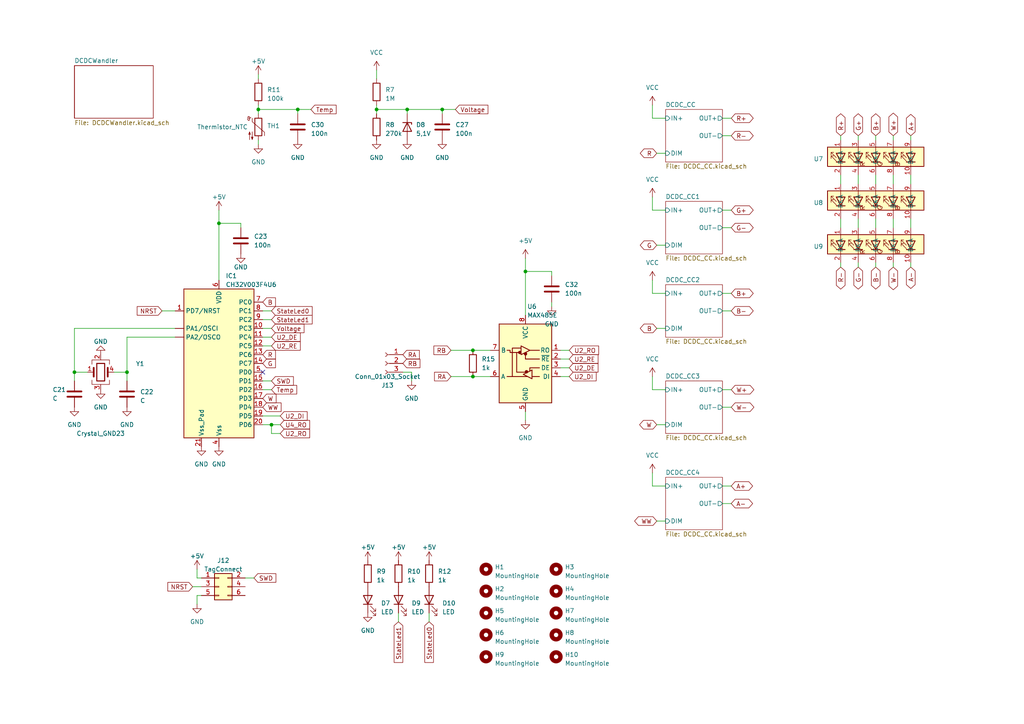
<source format=kicad_sch>
(kicad_sch (version 20230121) (generator eeschema)
  (paper "A4")
  (lib_symbols
    (symbol "Connector:Conn_01x03_Socket" (pin_names (offset 1.016) hide)
      (property "Reference" "J" (at 0 5.08 0))
      (property "Value" "Conn_01x03_Socket" (at 0 -5.08 0))
      (symbol "Conn_01x03_Socket_1_1"
        (arc (start 0 -2.032) (mid -0.5058 -2.54) (end 0 -3.048) (stroke (width 0.1524)))
        (polyline (pts (xy -1.27 -2.54) (xy -0.508 -2.54)) (stroke (width 0.1524)))
        (polyline (pts (xy -1.27 0) (xy -0.508 0)) (stroke (width 0.1524)))
        (polyline (pts (xy -1.27 2.54) (xy -0.508 2.54)) (stroke (width 0.1524)))
        (arc (start 0 0.508) (mid -0.5058 0) (end 0 -0.508) (stroke (width 0.1524)))
        (arc (start 0 3.048) (mid -0.5058 2.54) (end 0 2.032) (stroke (width 0.1524)))
        (pin passive line (at -5.08 2.54 0) (length 3.81) (name "Pin_1") (number "1"))
        (pin passive line (at -5.08 0 0) (length 3.81) (name "Pin_2") (number "2"))
        (pin passive line (at -5.08 -2.54 0) (length 3.81) (name "Pin_3") (number "3"))
      )
    )
    (symbol "Connector_Generic:Conn_02x03_Odd_Even" (pin_names (offset 1.016) hide)
      (property "Reference" "J" (at 1.27 5.08 0))
      (property "Value" "Conn_02x03_Odd_Even" (at 1.27 -5.08 0))
      (symbol "Conn_02x03_Odd_Even_1_1"
        (rectangle (start -1.27 -2.413) (end 0 -2.667) (stroke (width 0.1524)))
        (rectangle (start -1.27 0.127) (end 0 -0.127) (stroke (width 0.1524)))
        (rectangle (start -1.27 2.667) (end 0 2.413) (stroke (width 0.1524)))
        (rectangle (start -1.27 3.81) (end 3.81 -3.81) (stroke (width 0.254)) (fill (type background)))
        (rectangle (start 3.81 -2.413) (end 2.54 -2.667) (stroke (width 0.1524)))
        (rectangle (start 3.81 0.127) (end 2.54 -0.127) (stroke (width 0.1524)))
        (rectangle (start 3.81 2.667) (end 2.54 2.413) (stroke (width 0.1524)))
        (pin passive line (at -5.08 2.54 0) (length 3.81) (name "Pin_1") (number "1"))
        (pin passive line (at 7.62 2.54 180) (length 3.81) (name "Pin_2") (number "2"))
        (pin passive line (at -5.08 0 0) (length 3.81) (name "Pin_3") (number "3"))
        (pin passive line (at 7.62 0 180) (length 3.81) (name "Pin_4") (number "4"))
        (pin passive line (at -5.08 -2.54 0) (length 3.81) (name "Pin_5") (number "5"))
        (pin passive line (at 7.62 -2.54 180) (length 3.81) (name "Pin_6") (number "6"))
      )
    )
    (symbol "Device:C" (pin_numbers hide) (pin_names (offset 0.254))
      (property "Reference" "C" (at 0.635 2.54 0))
      (property "Value" "C" (at 0.635 -2.54 0))
      (symbol "C_0_1"
        (polyline (pts (xy -2.032 -0.762) (xy 2.032 -0.762)) (stroke (width 0.508)))
        (polyline (pts (xy -2.032 0.762) (xy 2.032 0.762)) (stroke (width 0.508)))
      )
      (symbol "C_1_1"
        (pin passive line (at 0 3.81 270) (length 2.794) (name "~") (number "1"))
        (pin passive line (at 0 -3.81 90) (length 2.794) (name "~") (number "2"))
      )
    )
    (symbol "Device:Crystal_GND23" (pin_names (offset 1.016) hide)
      (property "Reference" "Y" (at 3.175 5.08 0))
      (property "Value" "Crystal_GND23" (at 3.175 3.175 0))
      (symbol "Crystal_GND23_0_1"
        (rectangle (start -1.143 2.54) (end 1.143 -2.54) (stroke (width 0.3048)))
        (polyline (pts (xy -2.54 0) (xy -2.032 0)))
        (polyline (pts (xy -2.032 -1.27) (xy -2.032 1.27)) (stroke (width 0.508)))
        (polyline (pts (xy 0 -3.81) (xy 0 -3.556)))
        (polyline (pts (xy 0 3.556) (xy 0 3.81)))
        (polyline (pts (xy 2.032 -1.27) (xy 2.032 1.27)) (stroke (width 0.508)))
        (polyline (pts (xy 2.032 0) (xy 2.54 0)))
        (polyline (pts (xy -2.54 -2.286) (xy -2.54 -3.556) (xy 2.54 -3.556) (xy 2.54 -2.286)))
        (polyline (pts (xy -2.54 2.286) (xy -2.54 3.556) (xy 2.54 3.556) (xy 2.54 2.286)))
      )
      (symbol "Crystal_GND23_1_1"
        (pin passive line (at -3.81 0 0) (length 1.27) (name "1") (number "1"))
        (pin passive line (at 0 5.08 270) (length 1.27) (name "2") (number "2"))
        (pin passive line (at 0 -5.08 90) (length 1.27) (name "3") (number "3"))
        (pin passive line (at 3.81 0 180) (length 1.27) (name "4") (number "4"))
      )
    )
    (symbol "Device:D_Zener" (pin_numbers hide) (pin_names (offset 1.016) hide)
      (property "Reference" "D" (at 0 2.54 0))
      (property "Value" "D_Zener" (at 0 -2.54 0))
      (symbol "D_Zener_0_1"
        (polyline (pts (xy 1.27 0) (xy -1.27 0)))
        (polyline (pts (xy -1.27 -1.27) (xy -1.27 1.27) (xy -0.762 1.27)) (stroke (width 0.254)))
        (polyline (pts (xy 1.27 -1.27) (xy 1.27 1.27) (xy -1.27 0) (xy 1.27 -1.27)) (stroke (width 0.254)))
      )
      (symbol "D_Zener_1_1"
        (pin passive line (at -3.81 0 0) (length 2.54) (name "K") (number "1"))
        (pin passive line (at 3.81 0 180) (length 2.54) (name "A") (number "2"))
      )
    )
    (symbol "Device:LED" (pin_numbers hide) (pin_names (offset 1.016) hide)
      (property "Reference" "D" (at 0 2.54 0))
      (property "Value" "LED" (at 0 -2.54 0))
      (symbol "LED_0_1"
        (polyline (pts (xy -1.27 -1.27) (xy -1.27 1.27)) (stroke (width 0.254)))
        (polyline (pts (xy -1.27 0) (xy 1.27 0)))
        (polyline (pts (xy 1.27 -1.27) (xy 1.27 1.27) (xy -1.27 0) (xy 1.27 -1.27)) (stroke (width 0.254)))
        (polyline (pts (xy -3.048 -0.762) (xy -4.572 -2.286) (xy -3.81 -2.286) (xy -4.572 -2.286) (xy -4.572 -1.524)))
        (polyline (pts (xy -1.778 -0.762) (xy -3.302 -2.286) (xy -2.54 -2.286) (xy -3.302 -2.286) (xy -3.302 -1.524)))
      )
      (symbol "LED_1_1"
        (pin passive line (at -3.81 0 0) (length 2.54) (name "K") (number "1"))
        (pin passive line (at 3.81 0 180) (length 2.54) (name "A") (number "2"))
      )
    )
    (symbol "Device:R" (pin_numbers hide) (pin_names (offset 0))
      (property "Reference" "R" (at 2.032 0 90))
      (property "Value" "R" (at 0 0 90))
      (symbol "R_0_1"
        (rectangle (start -1.016 -2.54) (end 1.016 2.54) (stroke (width 0.254)))
      )
      (symbol "R_1_1"
        (pin passive line (at 0 3.81 270) (length 1.27) (name "~") (number "1"))
        (pin passive line (at 0 -3.81 90) (length 1.27) (name "~") (number "2"))
      )
    )
    (symbol "Device:Thermistor_NTC" (pin_numbers hide) (pin_names (offset 0))
      (property "Reference" "TH" (at -4.445 0 90))
      (property "Value" "Thermistor_NTC" (at 3.175 0 90))
      (symbol "Thermistor_NTC_0_1"
        (arc (start -3.048 2.159) (mid -3.0495 2.3143) (end -3.175 2.413))
        (arc (start -3.048 2.159) (mid -2.9736 1.9794) (end -2.794 1.905))
        (arc (start -3.048 2.794) (mid -2.9736 2.6144) (end -2.794 2.54))
        (arc (start -2.794 1.905) (mid -2.6144 1.9794) (end -2.54 2.159))
        (arc (start -2.794 2.54) (mid -2.4393 2.5587) (end -2.159 2.794))
        (arc (start -2.794 3.048) (mid -2.9736 2.9736) (end -3.048 2.794))
        (arc (start -2.54 2.794) (mid -2.6144 2.9736) (end -2.794 3.048))
        (rectangle (start -1.016 2.54) (end 1.016 -2.54) (stroke (width 0.254)))
        (polyline (pts (xy -2.54 2.159) (xy -2.54 2.794)))
        (polyline (pts (xy -1.778 2.54) (xy -1.778 1.524) (xy 1.778 -1.524) (xy 1.778 -2.54)))
        (polyline (pts (xy -2.54 -3.683) (xy -2.54 -1.397) (xy -2.794 -2.159) (xy -2.286 -2.159) (xy -2.54 -1.397) (xy -2.54 -1.651)) (fill (type outline)))
        (polyline (pts (xy -1.778 -1.397) (xy -1.778 -3.683) (xy -2.032 -2.921) (xy -1.524 -2.921) (xy -1.778 -3.683) (xy -1.778 -3.429)) (fill (type outline)))
      )
      (symbol "Thermistor_NTC_1_1"
        (pin passive line (at 0 3.81 270) (length 1.27) (name "~") (number "1"))
        (pin passive line (at 0 -3.81 90) (length 1.27) (name "~") (number "2"))
      )
    )
    (symbol "Interface_UART:MAX485E"
      (property "Reference" "U" (at -6.096 11.43 0))
      (property "Value" "MAX485E" (at 0.762 11.43 0))
      (symbol "MAX485E_0_1"
        (rectangle (start -7.62 10.16) (end 7.62 -12.7) (stroke (width 0.254)) (fill (type background)))
        (circle (center -0.3048 -3.683) (radius 0.3556) (stroke (width 0.254)) (fill (type outline)))
        (circle (center -0.0254 1.4986) (radius 0.3556) (stroke (width 0.254)) (fill (type outline)))
        (polyline (pts (xy -4.064 -5.08) (xy -1.905 -5.08)) (stroke (width 0.254)))
        (polyline (pts (xy -4.064 2.54) (xy -1.27 2.54)) (stroke (width 0.254)))
        (polyline (pts (xy -1.27 -3.2004) (xy -1.27 -3.4544)) (stroke (width 0.254)))
        (polyline (pts (xy -0.635 -5.08) (xy 5.334 -5.08)) (stroke (width 0.254)))
        (polyline (pts (xy -4.064 -2.54) (xy -1.27 -2.54) (xy -1.27 -3.175)) (stroke (width 0.254)))
        (polyline (pts (xy 0 1.27) (xy 0 0) (xy -4.064 0)) (stroke (width 0.254)))
        (polyline (pts (xy 1.27 3.175) (xy 3.81 3.175) (xy 3.81 -5.08)) (stroke (width 0.254)))
        (polyline (pts (xy 2.54 1.905) (xy 2.54 -3.81) (xy 0 -3.81)) (stroke (width 0.254)))
        (polyline (pts (xy -1.905 -3.175) (xy -1.905 -5.715) (xy 0.635 -4.445) (xy -1.905 -3.175)) (stroke (width 0.254)))
        (polyline (pts (xy -1.27 2.54) (xy 1.27 3.81) (xy 1.27 1.27) (xy -1.27 2.54)) (stroke (width 0.254)))
        (polyline (pts (xy 1.905 1.905) (xy 4.445 1.905) (xy 4.445 2.54) (xy 5.334 2.54)) (stroke (width 0.254)))
        (rectangle (start 1.27 3.175) (end 1.27 3.175))
        (circle (center 1.651 1.905) (radius 0.3556) (stroke (width 0.254)) (fill (type outline)))
      )
      (symbol "MAX485E_1_1"
        (pin output line (at -10.16 2.54 0) (length 2.54) (name "RO") (number "1"))
        (pin input line (at -10.16 0 0) (length 2.54) (name "~{RE}") (number "2"))
        (pin input line (at -10.16 -2.54 0) (length 2.54) (name "DE") (number "3"))
        (pin input line (at -10.16 -5.08 0) (length 2.54) (name "DI") (number "4"))
        (pin power_in line (at 0 -15.24 90) (length 2.54) (name "GND") (number "5"))
        (pin bidirectional line (at 10.16 -5.08 180) (length 2.54) (name "A") (number "6"))
        (pin bidirectional line (at 10.16 2.54 180) (length 2.54) (name "B") (number "7"))
        (pin power_in line (at 0 12.7 270) (length 2.54) (name "VCC") (number "8"))
      )
    )
    (symbol "Mechanical:MountingHole" (pin_names (offset 1.016))
      (property "Reference" "H" (at 0 5.08 0))
      (property "Value" "MountingHole" (at 0 3.175 0))
      (symbol "MountingHole_0_1"
        (circle (center 0 0) (radius 1.27) (stroke (width 1.27)))
      )
    )
    (symbol "Techbeard:LED_RGBWA"
      (property "Reference" "U" (at 0 0 0))
      (symbol "LED_RGBWA_0_0"
        (text "B" (at -1.905 -6.35 0) (effects (font (size 1.27 1.27))))
        (text "G" (at -1.905 -1.27 0) (effects (font (size 1.27 1.27))))
        (text "R" (at -1.905 3.81 0) (effects (font (size 1.27 1.27))))
      )
      (symbol "LED_RGBWA_0_1"
        (rectangle (start -2.54 13.97) (end 3.048 -13.97) (stroke (width 0.254)) (fill (type background)))
        (polyline (pts (xy -1.27 -10.16) (xy -2.54 -10.16)))
        (polyline (pts (xy -1.27 -10.16) (xy 1.27 -10.16)))
        (polyline (pts (xy -1.27 -8.89) (xy -1.27 -11.43)) (stroke (width 0.254)))
        (polyline (pts (xy -1.27 -5.08) (xy -2.54 -5.08)))
        (polyline (pts (xy -1.27 -5.08) (xy 1.27 -5.08)))
        (polyline (pts (xy -1.27 -3.81) (xy -1.27 -6.35)) (stroke (width 0.254)))
        (polyline (pts (xy -1.27 0) (xy -2.54 0)))
        (polyline (pts (xy -1.27 1.27) (xy -1.27 -1.27)) (stroke (width 0.254)))
        (polyline (pts (xy -1.27 5.08) (xy -2.54 5.08)))
        (polyline (pts (xy -1.27 5.08) (xy 1.27 5.08)))
        (polyline (pts (xy -1.27 6.35) (xy -1.27 3.81)) (stroke (width 0.254)))
        (polyline (pts (xy -1.27 10.16) (xy -2.54 10.16)))
        (polyline (pts (xy -1.27 10.16) (xy 1.27 10.16)))
        (polyline (pts (xy -1.27 11.43) (xy -1.27 8.89)) (stroke (width 0.254)))
        (polyline (pts (xy 1.27 0) (xy -1.27 0)))
        (polyline (pts (xy 1.27 0) (xy 2.54 0)))
        (polyline (pts (xy 1.27 10.16) (xy 2.54 10.16)))
        (polyline (pts (xy 2.54 -10.16) (xy 1.27 -10.16)))
        (polyline (pts (xy 2.54 -5.08) (xy 1.27 -5.08)))
        (polyline (pts (xy 2.54 5.08) (xy 1.27 5.08)))
        (polyline (pts (xy -1.27 1.27) (xy -1.27 -1.27) (xy -1.27 -1.27)))
        (polyline (pts (xy -1.27 6.35) (xy -1.27 3.81) (xy -1.27 3.81)))
        (polyline (pts (xy -1.27 11.43) (xy -1.27 8.89) (xy -1.27 8.89)))
        (polyline (pts (xy 1.27 -8.89) (xy 1.27 -11.43) (xy -1.27 -10.16) (xy 1.27 -8.89)) (stroke (width 0.254)))
        (polyline (pts (xy 1.27 -3.81) (xy 1.27 -6.35) (xy -1.27 -5.08) (xy 1.27 -3.81)) (stroke (width 0.254)))
        (polyline (pts (xy 1.27 1.27) (xy 1.27 -1.27) (xy -1.27 0) (xy 1.27 1.27)) (stroke (width 0.254)))
        (polyline (pts (xy 1.27 6.35) (xy 1.27 3.81) (xy -1.27 5.08) (xy 1.27 6.35)) (stroke (width 0.254)))
        (polyline (pts (xy 1.27 11.43) (xy 1.27 8.89) (xy -1.27 10.16) (xy 1.27 11.43)) (stroke (width 0.254)))
        (polyline (pts (xy -1.016 -8.89) (xy 0.508 -7.366) (xy -0.254 -7.366) (xy 0.508 -7.366) (xy 0.508 -8.128)))
        (polyline (pts (xy -1.016 -3.81) (xy 0.508 -2.286) (xy -0.254 -2.286) (xy 0.508 -2.286) (xy 0.508 -3.048)))
        (polyline (pts (xy -1.016 1.27) (xy 0.508 2.794) (xy -0.254 2.794) (xy 0.508 2.794) (xy 0.508 2.032)))
        (polyline (pts (xy -1.016 6.35) (xy 0.508 7.874) (xy -0.254 7.874) (xy 0.508 7.874) (xy 0.508 7.112)))
        (polyline (pts (xy -1.016 11.43) (xy 0.508 12.954) (xy -0.254 12.954) (xy 0.508 12.954) (xy 0.508 12.192)))
        (polyline (pts (xy 0 -8.89) (xy 1.524 -7.366) (xy 0.762 -7.366) (xy 1.524 -7.366) (xy 1.524 -8.128)))
        (polyline (pts (xy 0 -3.81) (xy 1.524 -2.286) (xy 0.762 -2.286) (xy 1.524 -2.286) (xy 1.524 -3.048)))
        (polyline (pts (xy 0 1.27) (xy 1.524 2.794) (xy 0.762 2.794) (xy 1.524 2.794) (xy 1.524 2.032)))
        (polyline (pts (xy 0 6.35) (xy 1.524 7.874) (xy 0.762 7.874) (xy 1.524 7.874) (xy 1.524 7.112)))
        (polyline (pts (xy 0 11.43) (xy 1.524 12.954) (xy 0.762 12.954) (xy 1.524 12.954) (xy 1.524 12.192)))
        (rectangle (start 1.27 -1.27) (end 1.27 1.27))
        (rectangle (start 1.27 1.27) (end 1.27 1.27))
        (rectangle (start 1.27 3.81) (end 1.27 6.35))
        (rectangle (start 1.27 6.35) (end 1.27 6.35))
        (rectangle (start 1.27 8.89) (end 1.27 11.43))
        (rectangle (start 1.27 11.43) (end 1.27 11.43))
      )
      (symbol "LED_RGBWA_1_1"
        (pin passive line (at 5.08 10.16 180) (length 2.54) (name "A") (number "1"))
        (pin passive line (at -5.08 -10.16 0) (length 2.54) (name "BK") (number "10"))
        (pin passive line (at -5.08 10.16 0) (length 2.54) (name "RK") (number "2"))
        (pin passive line (at 5.08 5.08 180) (length 2.54) (name "A") (number "3"))
        (pin passive line (at -5.08 5.08 0) (length 2.54) (name "RK") (number "4"))
        (pin passive line (at 5.08 0 180) (length 2.54) (name "A") (number "5"))
        (pin passive line (at -5.08 0 0) (length 2.54) (name "GK") (number "6"))
        (pin passive line (at 5.08 -5.08 180) (length 2.54) (name "A") (number "7"))
        (pin passive line (at -5.08 -5.08 0) (length 2.54) (name "BK") (number "8"))
        (pin passive line (at 5.08 -10.16 180) (length 2.54) (name "A") (number "9"))
      )
    )
    (symbol "WCH:CH32V003F4U6"
      (property "Reference" "IC" (at 6.35 8.89 0))
      (property "Value" "CH32V003F4U6" (at 12.7 6.35 0))
      (symbol "CH32V003F4U6_1_1"
        (rectangle (start -10.16 5.08) (end 10.16 -38.1) (stroke (width 0.254)) (fill (type background)))
        (pin input line (at -12.7 -6.35 0) (length 2.54) (name "PA1/OSCI") (number ""))
        (pin input line (at -12.7 -8.89 0) (length 2.54) (name "PA2/OSCO") (number ""))
        (pin input line (at -12.7 -1.27 0) (length 2.54) (name "PD7/NRST") (number "1"))
        (pin input line (at 12.7 -6.35 180) (length 2.54) (name "PC3") (number "10"))
        (pin input line (at 12.7 -8.89 180) (length 2.54) (name "PC4") (number "11"))
        (pin input line (at 12.7 -11.43 180) (length 2.54) (name "PC5") (number "12"))
        (pin input line (at 12.7 -13.97 180) (length 2.54) (name "PC6") (number "13"))
        (pin input line (at 12.7 -16.51 180) (length 2.54) (name "PC7") (number "14"))
        (pin input line (at 12.7 -21.59 180) (length 2.54) (name "PD1") (number "15"))
        (pin input line (at 12.7 -24.13 180) (length 2.54) (name "PD2") (number "16"))
        (pin input line (at 12.7 -26.67 180) (length 2.54) (name "PD3") (number "17"))
        (pin input line (at 12.7 -29.21 180) (length 2.54) (name "PD4") (number "18"))
        (pin input line (at 12.7 -31.75 180) (length 2.54) (name "PD5") (number "19"))
        (pin input line (at 12.7 -34.29 180) (length 2.54) (name "PD6") (number "20"))
        (pin input line (at -5.08 -40.64 90) (length 2.54) (name "Vss_Pad") (number "21"))
        (pin input line (at 0 -40.64 90) (length 2.54) (name "Vss") (number "4"))
        (pin input line (at 12.7 -19.05 180) (length 2.54) (name "PD0") (number "5"))
        (pin input line (at 0 7.62 270) (length 2.54) (name "VDD") (number "6"))
        (pin input line (at 12.7 1.27 180) (length 2.54) (name "PC0") (number "7"))
        (pin input line (at 12.7 -1.27 180) (length 2.54) (name "PC1") (number "8"))
        (pin input line (at 12.7 -3.81 180) (length 2.54) (name "PC2") (number "9"))
      )
    )
    (symbol "power:+5V" (power) (pin_names (offset 0))
      (property "Value" "+5V" (at 0 3.556 0))
      (symbol "+5V_0_1"
        (polyline (pts (xy -0.762 1.27) (xy 0 2.54)))
        (polyline (pts (xy 0 0) (xy 0 2.54)))
        (polyline (pts (xy 0 2.54) (xy 0.762 1.27)))
      )
      (symbol "+5V_1_1"
        (pin power_in line (at 0 0 90) (length 0) hide (name "+5V") (number "1"))
      )
    )
    (symbol "power:GND" (power) (pin_names (offset 0))
      (property "Value" "GND" (at 0 -3.81 0))
      (symbol "GND_0_1"
        (polyline (pts (xy 0 0) (xy 0 -1.27) (xy 1.27 -1.27) (xy 0 -2.54) (xy -1.27 -1.27) (xy 0 -1.27)))
      )
      (symbol "GND_1_1"
        (pin power_in line (at 0 0 270) (length 0) hide (name "GND") (number "1"))
      )
    )
    (symbol "power:VCC" (power) (pin_names (offset 0))
      (property "Value" "VCC" (at 0 3.81 0))
      (symbol "VCC_0_1"
        (polyline (pts (xy -0.762 1.27) (xy 0 2.54)))
        (polyline (pts (xy 0 0) (xy 0 2.54)))
        (polyline (pts (xy 0 2.54) (xy 0.762 1.27)))
      )
      (symbol "VCC_1_1"
        (pin power_in line (at 0 0 90) (length 0) hide (name "VCC") (number "1"))
      )
    )
  )
  (junction (at 21.59 107.95))
  (junction (at 137.16 101.6))
  (junction (at 74.93 31.75))
  (junction (at 109.22 31.75))
  (junction (at 63.5 64.77))
  (junction (at 118.11 31.75))
  (junction (at 128.27 31.75))
  (junction (at 86.36 31.75))
  (junction (at 78.74 123.19))
  (junction (at 137.16 109.22))
  (junction (at 152.4 78.74))
  (junction (at 36.83 107.95))
  (no_connect (at 76.2 107.95))
  (wire (pts (xy 63.5 64.77) (xy 63.5 81.28)))
  (wire (pts (xy 152.4 78.74) (xy 160.02 78.74)))
  (wire (pts (xy 118.11 31.75) (xy 118.11 33.02)))
  (wire (pts (xy 86.36 31.75) (xy 90.17 31.75)))
  (wire (pts (xy 254 39.37) (xy 254 40.64)))
  (wire (pts (xy 118.11 31.75) (xy 109.22 31.75)))
  (wire (pts (xy 254 50.8) (xy 254 53.34)))
  (wire (pts (xy 209.55 146.05) (xy 212.09 146.05)))
  (wire (pts (xy 190.5 95.25) (xy 193.04 95.25)))
  (wire (pts (xy 63.5 60.96) (xy 63.5 64.77)))
  (wire (pts (xy 259.08 39.37) (xy 259.08 40.64)))
  (wire (pts (xy 109.22 30.48) (xy 109.22 31.75)))
  (wire (pts (xy 160.02 87.63) (xy 160.02 88.9)))
  (wire (pts (xy 33.02 107.95) (xy 36.83 107.95)))
  (wire (pts (xy 78.74 90.17) (xy 76.2 90.17)))
  (wire (pts (xy 248.92 66.04) (xy 248.92 63.5)))
  (wire (pts (xy 152.4 74.93) (xy 152.4 78.74)))
  (wire (pts (xy 189.23 30.48) (xy 189.23 34.29)))
  (wire (pts (xy 119.38 107.95) (xy 119.38 110.49)))
  (wire (pts (xy 76.2 95.25) (xy 78.74 95.25)))
  (wire (pts (xy 259.08 77.47) (xy 259.08 76.2)))
  (wire (pts (xy 74.93 30.48) (xy 74.93 31.75)))
  (wire (pts (xy 243.84 66.04) (xy 243.84 63.5)))
  (wire (pts (xy 190.5 123.19) (xy 193.04 123.19)))
  (wire (pts (xy 78.74 123.19) (xy 81.28 123.19)))
  (wire (pts (xy 76.2 113.03) (xy 78.74 113.03)))
  (wire (pts (xy 76.2 100.33) (xy 78.74 100.33)))
  (wire (pts (xy 259.08 50.8) (xy 259.08 53.34)))
  (wire (pts (xy 189.23 140.97) (xy 193.04 140.97)))
  (wire (pts (xy 209.55 113.03) (xy 212.09 113.03)))
  (wire (pts (xy 189.23 57.15) (xy 189.23 60.96)))
  (wire (pts (xy 76.2 120.65) (xy 81.28 120.65)))
  (wire (pts (xy 21.59 110.49) (xy 21.59 107.95)))
  (wire (pts (xy 190.5 151.13) (xy 193.04 151.13)))
  (wire (pts (xy 57.15 175.26) (xy 57.15 172.72)))
  (wire (pts (xy 264.16 66.04) (xy 264.16 63.5)))
  (wire (pts (xy 86.36 31.75) (xy 74.93 31.75)))
  (wire (pts (xy 78.74 125.73) (xy 78.74 123.19)))
  (wire (pts (xy 74.93 40.64) (xy 74.93 41.91)))
  (wire (pts (xy 243.84 50.8) (xy 243.84 53.34)))
  (wire (pts (xy 78.74 92.71) (xy 76.2 92.71)))
  (wire (pts (xy 137.16 101.6) (xy 142.24 101.6)))
  (wire (pts (xy 165.1 104.14) (xy 162.56 104.14)))
  (wire (pts (xy 248.92 77.47) (xy 248.92 76.2)))
  (wire (pts (xy 57.15 172.72) (xy 58.42 172.72)))
  (wire (pts (xy 264.16 77.47) (xy 264.16 76.2)))
  (wire (pts (xy 69.85 66.04) (xy 69.85 64.77)))
  (wire (pts (xy 160.02 80.01) (xy 160.02 78.74)))
  (wire (pts (xy 162.56 101.6) (xy 165.1 101.6)))
  (wire (pts (xy 152.4 119.38) (xy 152.4 121.92)))
  (wire (pts (xy 209.55 39.37) (xy 212.09 39.37)))
  (wire (pts (xy 264.16 39.37) (xy 264.16 40.64)))
  (wire (pts (xy 248.92 39.37) (xy 248.92 40.64)))
  (wire (pts (xy 264.16 50.8) (xy 264.16 53.34)))
  (wire (pts (xy 46.99 90.17) (xy 50.8 90.17)))
  (wire (pts (xy 57.15 165.1) (xy 57.15 167.64)))
  (wire (pts (xy 128.27 31.75) (xy 118.11 31.75)))
  (wire (pts (xy 189.23 137.16) (xy 189.23 140.97)))
  (wire (pts (xy 124.46 180.34) (xy 124.46 177.8)))
  (wire (pts (xy 209.55 140.97) (xy 212.09 140.97)))
  (wire (pts (xy 243.84 77.47) (xy 243.84 76.2)))
  (wire (pts (xy 130.81 109.22) (xy 137.16 109.22)))
  (wire (pts (xy 116.84 107.95) (xy 119.38 107.95)))
  (wire (pts (xy 254 66.04) (xy 254 63.5)))
  (wire (pts (xy 36.83 97.79) (xy 50.8 97.79)))
  (wire (pts (xy 189.23 85.09) (xy 193.04 85.09)))
  (wire (pts (xy 109.22 20.32) (xy 109.22 22.86)))
  (wire (pts (xy 130.81 101.6) (xy 137.16 101.6)))
  (wire (pts (xy 71.12 167.64) (xy 73.66 167.64)))
  (wire (pts (xy 209.55 85.09) (xy 212.09 85.09)))
  (wire (pts (xy 50.8 95.25) (xy 21.59 95.25)))
  (wire (pts (xy 74.93 31.75) (xy 74.93 33.02)))
  (wire (pts (xy 248.92 50.8) (xy 248.92 53.34)))
  (wire (pts (xy 190.5 44.45) (xy 193.04 44.45)))
  (wire (pts (xy 254 77.47) (xy 254 76.2)))
  (wire (pts (xy 36.83 97.79) (xy 36.83 107.95)))
  (wire (pts (xy 209.55 118.11) (xy 212.09 118.11)))
  (wire (pts (xy 21.59 107.95) (xy 25.4 107.95)))
  (wire (pts (xy 152.4 78.74) (xy 152.4 91.44)))
  (wire (pts (xy 76.2 97.79) (xy 78.74 97.79)))
  (wire (pts (xy 209.55 60.96) (xy 212.09 60.96)))
  (wire (pts (xy 165.1 106.68) (xy 162.56 106.68)))
  (wire (pts (xy 189.23 109.22) (xy 189.23 113.03)))
  (wire (pts (xy 74.93 21.59) (xy 74.93 22.86)))
  (wire (pts (xy 209.55 66.04) (xy 212.09 66.04)))
  (wire (pts (xy 243.84 39.37) (xy 243.84 40.64)))
  (wire (pts (xy 57.15 167.64) (xy 58.42 167.64)))
  (wire (pts (xy 86.36 33.02) (xy 86.36 31.75)))
  (wire (pts (xy 209.55 34.29) (xy 212.09 34.29)))
  (wire (pts (xy 128.27 31.75) (xy 132.08 31.75)))
  (wire (pts (xy 259.08 66.04) (xy 259.08 63.5)))
  (wire (pts (xy 209.55 90.17) (xy 212.09 90.17)))
  (wire (pts (xy 189.23 34.29) (xy 193.04 34.29)))
  (wire (pts (xy 109.22 31.75) (xy 109.22 33.02)))
  (wire (pts (xy 128.27 33.02) (xy 128.27 31.75)))
  (wire (pts (xy 137.16 109.22) (xy 142.24 109.22)))
  (wire (pts (xy 36.83 107.95) (xy 36.83 110.49)))
  (wire (pts (xy 81.28 125.73) (xy 78.74 125.73)))
  (wire (pts (xy 190.5 71.12) (xy 193.04 71.12)))
  (wire (pts (xy 55.88 170.18) (xy 58.42 170.18)))
  (wire (pts (xy 189.23 113.03) (xy 193.04 113.03)))
  (wire (pts (xy 115.57 180.34) (xy 115.57 177.8)))
  (wire (pts (xy 63.5 64.77) (xy 69.85 64.77)))
  (wire (pts (xy 76.2 110.49) (xy 78.74 110.49)))
  (wire (pts (xy 189.23 60.96) (xy 193.04 60.96)))
  (wire (pts (xy 21.59 95.25) (xy 21.59 107.95)))
  (wire (pts (xy 165.1 109.22) (xy 162.56 109.22)))
  (wire (pts (xy 76.2 123.19) (xy 78.74 123.19)))
  (wire (pts (xy 189.23 81.28) (xy 189.23 85.09)))
  (global_label "U2_RO" (shape input) (at 81.28 125.73 0) (property "Intersheetrefs" "${INTERSHEET_REFS}" (effects hide)))
  (global_label "RA" (shape input) (at 130.81 109.22 180) (property "Intersheetrefs" "${INTERSHEET_REFS}" (effects hide)))
  (global_label "W+" (shape bidirectional) (at 259.08 39.37 90) (property "Intersheetrefs" "${INTERSHEET_REFS}" (effects hide)))
  (global_label "R" (shape input) (at 76.2 102.87 0) (property "Intersheetrefs" "${INTERSHEET_REFS}" (effects hide)))
  (global_label "B" (shape bidirectional) (at 190.5 95.25 180) (property "Intersheetrefs" "${INTERSHEET_REFS}" (effects hide)))
  (global_label "G-" (shape bidirectional) (at 248.92 77.47 270) (property "Intersheetrefs" "${INTERSHEET_REFS}" (effects hide)))
  (global_label "WW" (shape input) (at 76.2 118.11 0) (property "Intersheetrefs" "${INTERSHEET_REFS}" (effects hide)))
  (global_label "Temp" (shape input) (at 90.17 31.75 0) (property "Intersheetrefs" "${INTERSHEET_REFS}" (effects hide)))
  (global_label "RB" (shape input) (at 130.81 101.6 180) (property "Intersheetrefs" "${INTERSHEET_REFS}" (effects hide)))
  (global_label "W-" (shape bidirectional) (at 212.09 118.11 0) (property "Intersheetrefs" "${INTERSHEET_REFS}" (effects hide)))
  (global_label "RB" (shape input) (at 116.84 105.41 0) (property "Intersheetrefs" "${INTERSHEET_REFS}" (effects hide)))
  (global_label "W" (shape bidirectional) (at 190.5 123.19 180) (property "Intersheetrefs" "${INTERSHEET_REFS}" (effects hide)))
  (global_label "Voltage" (shape input) (at 78.74 95.25 0) (property "Intersheetrefs" "${INTERSHEET_REFS}" (effects hide)))
  (global_label "B+" (shape bidirectional) (at 212.09 85.09 0) (property "Intersheetrefs" "${INTERSHEET_REFS}" (effects hide)))
  (global_label "NRST" (shape input) (at 55.88 170.18 180) (property "Intersheetrefs" "${INTERSHEET_REFS}" (effects hide)))
  (global_label "A+" (shape bidirectional) (at 212.09 140.97 0) (property "Intersheetrefs" "${INTERSHEET_REFS}" (effects hide)))
  (global_label "G+" (shape bidirectional) (at 212.09 60.96 0) (property "Intersheetrefs" "${INTERSHEET_REFS}" (effects hide)))
  (global_label "SWD" (shape input) (at 73.66 167.64 0) (property "Intersheetrefs" "${INTERSHEET_REFS}" (effects hide)))
  (global_label "NRST" (shape input) (at 46.99 90.17 180) (property "Intersheetrefs" "${INTERSHEET_REFS}" (effects hide)))
  (global_label "WW" (shape bidirectional) (at 190.5 151.13 180) (property "Intersheetrefs" "${INTERSHEET_REFS}" (effects hide)))
  (global_label "Voltage" (shape input) (at 132.08 31.75 0) (property "Intersheetrefs" "${INTERSHEET_REFS}" (effects hide)))
  (global_label "B-" (shape bidirectional) (at 212.09 90.17 0) (property "Intersheetrefs" "${INTERSHEET_REFS}" (effects hide)))
  (global_label "U2_DE" (shape input) (at 78.74 97.79 0) (property "Intersheetrefs" "${INTERSHEET_REFS}" (effects hide)))
  (global_label "StateLed1" (shape input) (at 115.57 180.34 270) (property "Intersheetrefs" "${INTERSHEET_REFS}" (effects hide)))
  (global_label "R" (shape bidirectional) (at 190.5 44.45 180) (property "Intersheetrefs" "${INTERSHEET_REFS}" (effects hide)))
  (global_label "W-" (shape bidirectional) (at 259.08 77.47 270) (property "Intersheetrefs" "${INTERSHEET_REFS}" (effects hide)))
  (global_label "U2_DI" (shape input) (at 81.28 120.65 0) (property "Intersheetrefs" "${INTERSHEET_REFS}" (effects hide)))
  (global_label "StateLed0" (shape input) (at 78.74 90.17 0) (property "Intersheetrefs" "${INTERSHEET_REFS}" (effects hide)))
  (global_label "G" (shape input) (at 76.2 105.41 0) (property "Intersheetrefs" "${INTERSHEET_REFS}" (effects hide)))
  (global_label "U4_RO" (shape input) (at 81.28 123.19 0) (property "Intersheetrefs" "${INTERSHEET_REFS}" (effects hide)))
  (global_label "A-" (shape bidirectional) (at 264.16 77.47 270) (property "Intersheetrefs" "${INTERSHEET_REFS}" (effects hide)))
  (global_label "G-" (shape bidirectional) (at 212.09 66.04 0) (property "Intersheetrefs" "${INTERSHEET_REFS}" (effects hide)))
  (global_label "R+" (shape bidirectional) (at 212.09 34.29 0) (property "Intersheetrefs" "${INTERSHEET_REFS}" (effects hide)))
  (global_label "B-" (shape bidirectional) (at 254 77.47 270) (property "Intersheetrefs" "${INTERSHEET_REFS}" (effects hide)))
  (global_label "A-" (shape bidirectional) (at 212.09 146.05 0) (property "Intersheetrefs" "${INTERSHEET_REFS}" (effects hide)))
  (global_label "B+" (shape bidirectional) (at 254 39.37 90) (property "Intersheetrefs" "${INTERSHEET_REFS}" (effects hide)))
  (global_label "StateLed1" (shape input) (at 78.74 92.71 0) (property "Intersheetrefs" "${INTERSHEET_REFS}" (effects hide)))
  (global_label "R-" (shape bidirectional) (at 212.09 39.37 0) (property "Intersheetrefs" "${INTERSHEET_REFS}" (effects hide)))
  (global_label "W" (shape input) (at 76.2 115.57 0) (property "Intersheetrefs" "${INTERSHEET_REFS}" (effects hide)))
  (global_label "U2_RO" (shape input) (at 165.1 101.6 0) (property "Intersheetrefs" "${INTERSHEET_REFS}" (effects hide)))
  (global_label "B" (shape input) (at 76.2 87.63 0) (property "Intersheetrefs" "${INTERSHEET_REFS}" (effects hide)))
  (global_label "R-" (shape bidirectional) (at 243.84 77.47 270) (property "Intersheetrefs" "${INTERSHEET_REFS}" (effects hide)))
  (global_label "Temp" (shape input) (at 78.74 113.03 0) (property "Intersheetrefs" "${INTERSHEET_REFS}" (effects hide)))
  (global_label "W+" (shape bidirectional) (at 212.09 113.03 0) (property "Intersheetrefs" "${INTERSHEET_REFS}" (effects hide)))
  (global_label "U2_DI" (shape input) (at 165.1 109.22 0) (property "Intersheetrefs" "${INTERSHEET_REFS}" (effects hide)))
  (global_label "R+" (shape bidirectional) (at 243.84 39.37 90) (property "Intersheetrefs" "${INTERSHEET_REFS}" (effects hide)))
  (global_label "U2_DE" (shape input) (at 165.1 106.68 0) (property "Intersheetrefs" "${INTERSHEET_REFS}" (effects hide)))
  (global_label "A+" (shape bidirectional) (at 264.16 39.37 90) (property "Intersheetrefs" "${INTERSHEET_REFS}" (effects hide)))
  (global_label "G+" (shape bidirectional) (at 248.92 39.37 90) (property "Intersheetrefs" "${INTERSHEET_REFS}" (effects hide)))
  (global_label "U2_RE" (shape input) (at 78.74 100.33 0) (property "Intersheetrefs" "${INTERSHEET_REFS}" (effects hide)))
  (global_label "StateLed0" (shape input) (at 124.46 180.34 270) (property "Intersheetrefs" "${INTERSHEET_REFS}" (effects hide)))
  (global_label "G" (shape bidirectional) (at 190.5 71.12 180) (property "Intersheetrefs" "${INTERSHEET_REFS}" (effects hide)))
  (global_label "SWD" (shape input) (at 78.74 110.49 0) (property "Intersheetrefs" "${INTERSHEET_REFS}" (effects hide)))
  (global_label "RA" (shape input) (at 116.84 102.87 0) (property "Intersheetrefs" "${INTERSHEET_REFS}" (effects hide)))
  (global_label "U2_RE" (shape input) (at 165.1 104.14 0) (property "Intersheetrefs" "${INTERSHEET_REFS}" (effects hide)))
  (symbol (lib_id "power:+5V") (at 106.68 162.56 0) (unit 1)
    (property "Reference" "#PWR044" (effects hide))
    (property "Value" "+5V" (at 106.68 158.75 0))
  )
  (symbol (lib_id "Device:R") (at 106.68 166.37 0) (unit 1)
    (property "Reference" "R9" (at 109.22 165.735 0) (effects (justify left)))
    (property "Value" "1k" (at 109.22 168.275 0) (effects (justify left)))
    (property "Footprint" "Resistor_SMD:R_0402_1005Metric" (effects hide))
  )
  (symbol (lib_id "power:GND") (at 109.22 40.64 0) (unit 1)
    (property "Reference" "#PWR042" (effects hide))
    (property "Value" "GND" (at 109.22 45.72 0))
  )
  (symbol (lib_id "power:GND") (at 29.21 113.03 0) (unit 1)
    (property "Reference" "#PWR029" (effects hide))
    (property "Value" "GND" (at 29.21 118.11 0))
  )
  (symbol (lib_id "power:VCC") (at 109.22 20.32 0) (unit 1)
    (property "Reference" "#PWR041" (effects hide))
    (property "Value" "VCC" (at 109.22 15.24 0))
  )
  (symbol (lib_id "power:GND") (at 21.59 118.11 0) (unit 1)
    (property "Reference" "#PWR026" (effects hide))
    (property "Value" "GND" (at 21.59 123.19 0))
  )
  (symbol (lib_id "power:+5V") (at 152.4 74.93 0) (unit 1)
    (property "Reference" "#PWR058" (effects hide))
    (property "Value" "+5V" (at 152.4 69.85 0))
  )
  (symbol (lib_id "power:GND") (at 63.5 129.54 0) (unit 1)
    (property "Reference" "#PWR035" (effects hide))
    (property "Value" "GND" (at 63.5 134.62 0))
  )
  (symbol (lib_id "Device:C") (at 160.02 83.82 0) (unit 1)
    (property "Reference" "C32" (at 163.83 82.5499 0) (effects (justify left)))
    (property "Value" "100n" (at 163.83 85.0899 0) (effects (justify left)))
    (property "Footprint" "Capacitor_SMD:C_0402_1005Metric" (effects hide))
  )
  (symbol (lib_id "Techbeard:LED_RGBWA") (at 254 71.12 90) (unit 1)
    (property "Reference" "U9" (at 238.76 71.501 90) (effects (justify left)))
    (property "Value" "~" (at 254 71.12 0))
  )
  (symbol (lib_id "power:GND") (at 69.85 73.66 0) (unit 1)
    (property "Reference" "#PWR036" (effects hide))
    (property "Value" "GND" (at 69.85 77.47 0))
  )
  (symbol (lib_id "Interface_UART:MAX485E") (at 152.4 104.14 0) (mirror y) (unit 1)
    (property "Reference" "U6" (at 152.9206 88.9 0) (effects (justify right)))
    (property "Value" "MAX485E" (at 152.9206 91.44 0) (effects (justify right)))
    (property "Footprint" "Package_SO:SOIC-8_3.9x4.9mm_P1.27mm" (effects hide))
    (property "Datasheet" "https://datasheets.maximintegrated.com/en/ds/MAX1487E-MAX491E.pdf" (effects hide))
  )
  (symbol (lib_id "Mechanical:MountingHole") (at 161.29 177.8 0) (unit 1)
    (property "Reference" "H7" (at 163.83 177.165 0) (effects (justify left)))
    (property "Value" "MountingHole" (at 163.83 179.705 0) (effects (justify left)))
    (property "Footprint" "MountingHole:MountingHole_3.2mm_M3" (effects hide))
  )
  (symbol (lib_id "power:GND") (at 119.38 110.49 0) (unit 1)
    (property "Reference" "#PWR047" (effects hide))
    (property "Value" "GND" (at 119.38 115.57 0))
  )
  (symbol (lib_id "power:VCC") (at 189.23 30.48 0) (unit 1)
    (property "Reference" "#PWR01" (effects hide))
    (property "Value" "VCC" (at 189.23 25.4 0))
  )
  (symbol (lib_id "Device:LED") (at 106.68 173.99 90) (unit 1)
    (property "Reference" "D7" (at 110.49 174.9425 90) (effects (justify right)))
    (property "Value" "LED" (at 110.49 177.4825 90) (effects (justify right)))
    (property "Footprint" "LED_SMD:LED_0402_1005Metric" (effects hide))
  )
  (symbol (lib_id "Device:C") (at 36.83 114.3 0) (unit 1)
    (property "Reference" "C22" (at 40.64 113.665 0) (effects (justify left)))
    (property "Value" "C" (at 40.64 116.205 0) (effects (justify left)))
    (property "Footprint" "Capacitor_SMD:C_0402_1005Metric" (effects hide))
  )
  (symbol (lib_id "power:+5V") (at 63.5 60.96 0) (unit 1)
    (property "Reference" "#PWR034" (effects hide))
    (property "Value" "+5V" (at 63.5 57.15 0))
  )
  (symbol (lib_id "Mechanical:MountingHole") (at 140.97 165.1 0) (unit 1)
    (property "Reference" "H1" (at 143.51 164.465 0) (effects (justify left)))
    (property "Value" "MountingHole" (at 143.51 167.005 0) (effects (justify left)))
    (property "Footprint" "MountingHole:MountingHole_3.2mm_M3" (effects hide))
  )
  (symbol (lib_id "Mechanical:MountingHole") (at 140.97 190.5 0) (unit 1)
    (property "Reference" "H9" (at 143.51 189.865 0) (effects (justify left)))
    (property "Value" "MountingHole" (at 143.51 192.405 0) (effects (justify left)))
    (property "Footprint" "MountingHole:MountingHole_3.2mm_M3" (effects hide))
  )
  (symbol (lib_id "Device:C") (at 21.59 114.3 0) (unit 1)
    (property "Reference" "C21" (at 15.24 113.03 0) (effects (justify left)))
    (property "Value" "C" (at 15.24 115.57 0) (effects (justify left)))
    (property "Footprint" "Capacitor_SMD:C_0402_1005Metric" (effects hide))
  )
  (symbol (lib_id "Techbeard:LED_RGBWA") (at 254 45.72 90) (unit 1)
    (property "Reference" "U7" (at 238.76 46.101 90) (effects (justify left)))
    (property "Value" "~" (at 254 45.72 0))
  )
  (symbol (lib_id "power:GND") (at 29.21 102.87 180) (unit 1)
    (property "Reference" "#PWR028" (effects hide))
    (property "Value" "GND" (at 29.21 99.06 0))
  )
  (symbol (lib_id "Mechanical:MountingHole") (at 140.97 177.8 0) (unit 1)
    (property "Reference" "H5" (at 143.51 177.165 0) (effects (justify left)))
    (property "Value" "MountingHole" (at 143.51 179.705 0) (effects (justify left)))
    (property "Footprint" "MountingHole:MountingHole_3.2mm_M3" (effects hide))
  )
  (symbol (lib_id "Mechanical:MountingHole") (at 161.29 165.1 0) (unit 1)
    (property "Reference" "H3" (at 163.83 164.465 0) (effects (justify left)))
    (property "Value" "MountingHole" (at 163.83 167.005 0) (effects (justify left)))
    (property "Footprint" "MountingHole:MountingHole_3.2mm_M3" (effects hide))
  )
  (symbol (lib_id "Device:R") (at 115.57 166.37 0) (unit 1)
    (property "Reference" "R10" (at 118.11 165.735 0) (effects (justify left)))
    (property "Value" "1k" (at 118.11 168.275 0) (effects (justify left)))
    (property "Footprint" "Resistor_SMD:R_0402_1005Metric" (effects hide))
  )
  (symbol (lib_id "Device:R") (at 109.22 26.67 0) (unit 1)
    (property "Reference" "R7" (at 111.76 26.035 0) (effects (justify left)))
    (property "Value" "1M" (at 111.76 28.575 0) (effects (justify left)))
    (property "Footprint" "Resistor_SMD:R_0402_1005Metric" (effects hide))
  )
  (symbol (lib_id "Mechanical:MountingHole") (at 140.97 184.15 0) (unit 1)
    (property "Reference" "H6" (at 143.51 183.515 0) (effects (justify left)))
    (property "Value" "MountingHole" (at 143.51 186.055 0) (effects (justify left)))
    (property "Footprint" "MountingHole:MountingHole_3.2mm_M3" (effects hide))
  )
  (symbol (lib_id "power:VCC") (at 189.23 57.15 0) (unit 1)
    (property "Reference" "#PWR06" (effects hide))
    (property "Value" "VCC" (at 189.23 52.07 0))
  )
  (symbol (lib_id "power:GND") (at 58.42 129.54 0) (unit 1)
    (property "Reference" "#PWR033" (effects hide))
    (property "Value" "GND" (at 58.42 134.62 0))
  )
  (symbol (lib_id "power:GND") (at 57.15 175.26 0) (unit 1)
    (property "Reference" "#PWR038" (effects hide))
    (property "Value" "GND" (at 57.15 180.34 0))
  )
  (symbol (lib_id "power:+5V") (at 115.57 162.56 0) (unit 1)
    (property "Reference" "#PWR048" (effects hide))
    (property "Value" "+5V" (at 115.57 158.75 0))
  )
  (symbol (lib_id "Device:LED") (at 115.57 173.99 90) (unit 1)
    (property "Reference" "D9" (at 119.38 174.9425 90) (effects (justify right)))
    (property "Value" "LED" (at 119.38 177.4825 90) (effects (justify right)))
    (property "Footprint" "LED_SMD:LED_0402_1005Metric" (effects hide))
  )
  (symbol (lib_id "Connector_Generic:Conn_02x03_Odd_Even") (at 63.5 170.18 0) (unit 1)
    (property "Reference" "J12" (at 64.77 162.56 0))
    (property "Value" "TagConnect" (at 64.77 165.1 0))
    (property "Footprint" "Connector:Tag-Connect_TC2030-IDC-NL_2x03_P1.27mm_Vertical" (effects hide))
  )
  (symbol (lib_id "Device:C") (at 69.85 69.85 0) (unit 1)
    (property "Reference" "C23" (at 73.66 68.5799 0) (effects (justify left)))
    (property "Value" "100n" (at 73.66 71.1199 0) (effects (justify left)))
    (property "Footprint" "Capacitor_SMD:C_0402_1005Metric" (effects hide))
  )
  (symbol (lib_id "Device:C") (at 86.36 36.83 0) (unit 1)
    (property "Reference" "C30" (at 90.17 36.195 0) (effects (justify left)))
    (property "Value" "100n" (at 90.17 38.735 0) (effects (justify left)))
    (property "Footprint" "Capacitor_SMD:C_0402_1005Metric" (effects hide))
  )
  (symbol (lib_id "power:GND") (at 152.4 121.92 0) (unit 1)
    (property "Reference" "#PWR059" (effects hide))
    (property "Value" "GND" (at 152.4 127 0))
  )
  (symbol (lib_id "Mechanical:MountingHole") (at 140.97 171.45 0) (unit 1)
    (property "Reference" "H2" (at 143.51 170.815 0) (effects (justify left)))
    (property "Value" "MountingHole" (at 143.51 173.355 0) (effects (justify left)))
    (property "Footprint" "MountingHole:MountingHole_3.2mm_M3" (effects hide))
  )
  (symbol (lib_id "power:GND") (at 118.11 40.64 0) (unit 1)
    (property "Reference" "#PWR046" (effects hide))
    (property "Value" "GND" (at 118.11 45.72 0))
  )
  (symbol (lib_id "Device:R") (at 124.46 166.37 0) (unit 1)
    (property "Reference" "R12" (at 127 165.735 0) (effects (justify left)))
    (property "Value" "1k" (at 127 168.275 0) (effects (justify left)))
    (property "Footprint" "Resistor_SMD:R_0402_1005Metric" (effects hide))
  )
  (symbol (lib_id "power:+5V") (at 124.46 162.56 0) (unit 1)
    (property "Reference" "#PWR054" (effects hide))
    (property "Value" "+5V" (at 124.46 158.75 0))
  )
  (symbol (lib_id "Device:R") (at 137.16 105.41 0) (unit 1)
    (property "Reference" "R15" (at 139.7 104.1399 0) (effects (justify left)))
    (property "Value" "1k" (at 139.7 106.6799 0) (effects (justify left)))
    (property "Footprint" "Capacitor_SMD:C_0402_1005Metric" (effects hide))
  )
  (symbol (lib_id "Device:R") (at 109.22 36.83 0) (unit 1)
    (property "Reference" "R8" (at 111.76 36.195 0) (effects (justify left)))
    (property "Value" "270k" (at 111.76 38.735 0) (effects (justify left)))
    (property "Footprint" "Resistor_SMD:R_0402_1005Metric" (effects hide))
  )
  (symbol (lib_id "power:GND") (at 128.27 40.64 0) (unit 1)
    (property "Reference" "#PWR049" (effects hide))
    (property "Value" "GND" (at 128.27 45.72 0))
  )
  (symbol (lib_id "Device:D_Zener") (at 118.11 36.83 270) (unit 1)
    (property "Reference" "D8" (at 120.65 36.195 90) (effects (justify left)))
    (property "Value" "5,1V" (at 120.65 38.735 90) (effects (justify left)))
  )
  (symbol (lib_id "power:GND") (at 36.83 118.11 0) (unit 1)
    (property "Reference" "#PWR030" (effects hide))
    (property "Value" "GND" (at 36.83 123.19 0))
  )
  (symbol (lib_id "Mechanical:MountingHole") (at 161.29 184.15 0) (unit 1)
    (property "Reference" "H8" (at 163.83 183.515 0) (effects (justify left)))
    (property "Value" "MountingHole" (at 163.83 186.055 0) (effects (justify left)))
    (property "Footprint" "MountingHole:MountingHole_3.2mm_M3" (effects hide))
  )
  (symbol (lib_id "Device:Crystal_GND23") (at 29.21 107.95 0) (unit 1)
    (property "Reference" "Y1" (at 40.64 105.5117 0))
    (property "Value" "Crystal_GND23" (at 29.21 125.73 0))
  )
  (symbol (lib_id "Device:R") (at 74.93 26.67 0) (unit 1)
    (property "Reference" "R11" (at 77.47 26.035 0) (effects (justify left)))
    (property "Value" "100k" (at 77.47 28.575 0) (effects (justify left)))
    (property "Footprint" "Resistor_SMD:R_0402_1005Metric" (effects hide))
  )
  (symbol (lib_id "power:GND") (at 106.68 177.8 0) (unit 1)
    (property "Reference" "#PWR045" (effects hide))
    (property "Value" "GND" (at 106.68 182.88 0))
  )
  (symbol (lib_id "Connector:Conn_01x03_Socket") (at 111.76 105.41 0) (mirror y) (unit 1)
    (property "Reference" "J13" (at 112.395 111.76 0))
    (property "Value" "Conn_01x03_Socket" (at 112.395 109.22 0))
    (property "Footprint" "Connector_JST:JST_PH_B3B-PH-K_1x03_P2.00mm_Vertical" (effects hide))
  )
  (symbol (lib_id "power:GND") (at 160.02 88.9 0) (unit 1)
    (property "Reference" "#PWR061" (effects hide))
    (property "Value" "GND" (at 160.02 93.98 0))
  )
  (symbol (lib_id "Mechanical:MountingHole") (at 161.29 171.45 0) (unit 1)
    (property "Reference" "H4" (at 163.83 170.815 0) (effects (justify left)))
    (property "Value" "MountingHole" (at 163.83 173.355 0) (effects (justify left)))
    (property "Footprint" "MountingHole:MountingHole_3.2mm_M3" (effects hide))
  )
  (symbol (lib_id "power:VCC") (at 189.23 109.22 0) (unit 1)
    (property "Reference" "#PWR016" (effects hide))
    (property "Value" "VCC" (at 189.23 104.14 0))
  )
  (symbol (lib_id "Device:Thermistor_NTC") (at 74.93 36.83 0) (unit 1)
    (property "Reference" "TH1" (at 77.47 36.5125 0) (effects (justify left)))
    (property "Value" "Thermistor_NTC" (at 57.15 36.83 0) (effects (justify left)))
    (property "Footprint" "Resistor_SMD:R_0402_1005Metric" (effects hide))
  )
  (symbol (lib_id "power:+5V") (at 74.93 21.59 0) (unit 1)
    (property "Reference" "#PWR050" (effects hide))
    (property "Value" "+5V" (at 74.93 17.78 0))
  )
  (symbol (lib_id "Techbeard:LED_RGBWA") (at 254 58.42 90) (unit 1)
    (property "Reference" "U8" (at 238.76 58.801 90) (effects (justify left)))
    (property "Value" "~" (at 254 58.42 0))
  )
  (symbol (lib_id "power:GND") (at 74.93 41.91 0) (unit 1)
    (property "Reference" "#PWR053" (effects hide))
    (property "Value" "GND" (at 74.93 46.99 0))
  )
  (symbol (lib_id "Device:C") (at 128.27 36.83 0) (unit 1)
    (property "Reference" "C27" (at 132.08 36.195 0) (effects (justify left)))
    (property "Value" "100n" (at 132.08 38.735 0) (effects (justify left)))
    (property "Footprint" "Capacitor_SMD:C_0402_1005Metric" (effects hide))
  )
  (symbol (lib_id "power:GND") (at 86.36 40.64 0) (unit 1)
    (property "Reference" "#PWR056" (effects hide))
    (property "Value" "GND" (at 86.36 45.72 0))
  )
  (symbol (lib_id "power:VCC") (at 189.23 81.28 0) (unit 1)
    (property "Reference" "#PWR011" (effects hide))
    (property "Value" "VCC" (at 189.23 76.2 0))
  )
  (symbol (lib_id "WCH:CH32V003F4U6") (at 63.5 88.9 0) (unit 1)
    (property "Reference" "IC1" (at 65.4559 80.01 0) (effects (justify left)))
    (property "Value" "CH32V003F4U6" (at 65.4559 82.55 0) (effects (justify left)))
    (property "Footprint" "Package_DFN_QFN:QFN-20-1EP_3x3mm_P0.4mm_EP1.65x1.65mm_ThermalVias" (effects hide))
  )
  (symbol (lib_id "power:VCC") (at 189.23 137.16 0) (unit 1)
    (property "Reference" "#PWR021" (effects hide))
    (property "Value" "VCC" (at 189.23 132.08 0))
  )
  (symbol (lib_id "Device:LED") (at 124.46 173.99 90) (unit 1)
    (property "Reference" "D10" (at 128.27 174.9425 90) (effects (justify right)))
    (property "Value" "LED" (at 128.27 177.4825 90) (effects (justify right)))
    (property "Footprint" "LED_SMD:LED_0402_1005Metric" (effects hide))
  )
  (symbol (lib_id "Mechanical:MountingHole") (at 161.29 190.5 0) (unit 1)
    (property "Reference" "H10" (at 163.83 189.865 0) (effects (justify left)))
    (property "Value" "MountingHole" (at 163.83 192.405 0) (effects (justify left)))
    (property "Footprint" "MountingHole:MountingHole_3.2mm_M3" (effects hide))
  )
  (symbol (lib_id "power:+5V") (at 57.15 165.1 0) (unit 1)
    (property "Reference" "#PWR037" (effects hide))
    (property "Value" "+5V" (at 57.15 161.29 0))
  )
  (sheet (at 21.59 19.05) (size 22.86 15.24) (stroke (width 0.1524))
    (property "Sheetname" "DCDCWandler" (at 21.59 18.3384 0) (effects (justify left bottom)))
    (property "Sheetfile" "DCDCWandler.kicad_sch" (at 21.59 34.8746 0) (effects (justify left top)))
  )
  (sheet (at 193.04 138.43) (size 16.51 15.24) (stroke (width 0.0005))
    (property "Sheetname" "DCDC_CC4" (at 193.04 137.7943 0) (effects (justify left bottom)))
    (property "Sheetfile" "DCDC_CC.kicad_sch" (at 193.04 154.1787 0) (effects (justify left top)))
    (pin "OUT-" output (at 209.55 146.05 0))
    (pin "OUT+" output (at 209.55 140.97 0))
    (pin "IN+" input (at 193.04 140.97 180))
    (pin "DIM" input (at 193.04 151.13 180))
  )
  (sheet (at 193.04 82.55) (size 16.51 15.24) (stroke (width 0.0005))
    (property "Sheetname" "DCDC_CC2" (at 193.04 81.9143 0) (effects (justify left bottom)))
    (property "Sheetfile" "DCDC_CC.kicad_sch" (at 193.04 98.2987 0) (effects (justify left top)))
    (pin "OUT-" output (at 209.55 90.17 0))
    (pin "OUT+" output (at 209.55 85.09 0))
    (pin "IN+" input (at 193.04 85.09 180))
    (pin "DIM" input (at 193.04 95.25 180))
  )
  (sheet (at 193.04 110.49) (size 16.51 15.24) (stroke (width 0.0005))
    (property "Sheetname" "DCDC_CC3" (at 193.04 109.8543 0) (effects (justify left bottom)))
    (property "Sheetfile" "DCDC_CC.kicad_sch" (at 193.04 126.2387 0) (effects (justify left top)))
    (pin "OUT-" output (at 209.55 118.11 0))
    (pin "OUT+" output (at 209.55 113.03 0))
    (pin "IN+" input (at 193.04 113.03 180))
    (pin "DIM" input (at 193.04 123.19 180))
  )
  (sheet (at 193.04 31.75) (size 16.51 15.24) (stroke (width 0.0005))
    (property "Sheetname" "DCDC_CC" (at 193.04 31.1143 0) (effects (justify left bottom)))
    (property "Sheetfile" "DCDC_CC.kicad_sch" (at 193.04 47.4987 0) (effects (justify left top)))
    (pin "OUT-" output (at 209.55 39.37 0))
    (pin "OUT+" output (at 209.55 34.29 0))
    (pin "IN+" input (at 193.04 34.29 180))
    (pin "DIM" input (at 193.04 44.45 180))
  )
  (sheet (at 193.04 58.42) (size 16.51 15.24) (stroke (width 0.0005))
    (property "Sheetname" "DCDC_CC1" (at 193.04 57.7843 0) (effects (justify left bottom)))
    (property "Sheetfile" "DCDC_CC.kicad_sch" (at 193.04 74.1687 0) (effects (justify left top)))
    (pin "OUT-" output (at 209.55 66.04 0))
    (pin "OUT+" output (at 209.55 60.96 0))
    (pin "IN+" input (at 193.04 60.96 180))
    (pin "DIM" input (at 193.04 71.12 180))
  )
)
</source>
